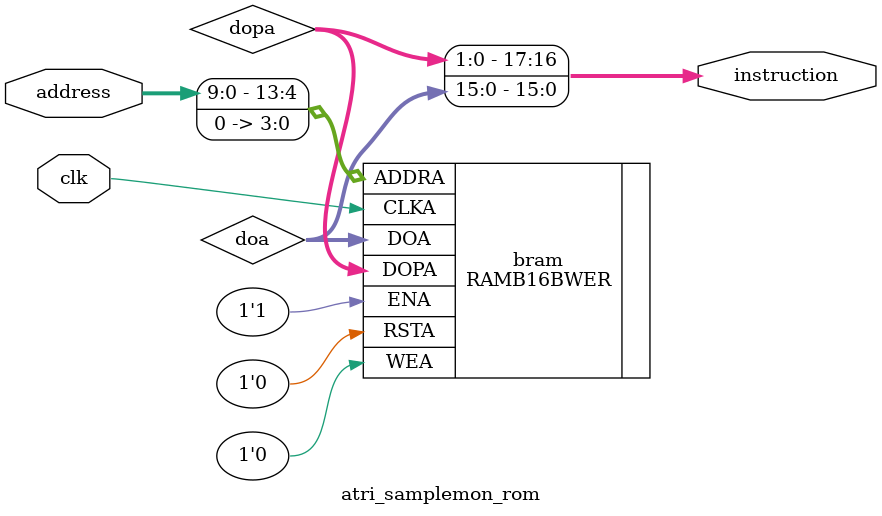
<source format=v>

`timescale 1ns / 1ps
module atri_samplemon_rom(
		input clk,
		output [17:0] instruction,
		input [9:0] address
    );

	wire [31:0] doa;
	wire [3:0] dopa;

	RAMB16BWER #( .DATA_WIDTH_A(18),.DATA_WIDTH_B(0),
	`include "atrisamplemon_rom.vh"
		)
	bram (.CLKA(clk),.WEA(1'b0),.ENA(1'b1),.ADDRA({address,4'b0}),.DOA(doa),.DOPA(dopa),.RSTA(1'b0));
	assign instruction[15:0] = doa[15:0];
	assign instruction[17:16] = dopa[1:0];
endmodule

</source>
